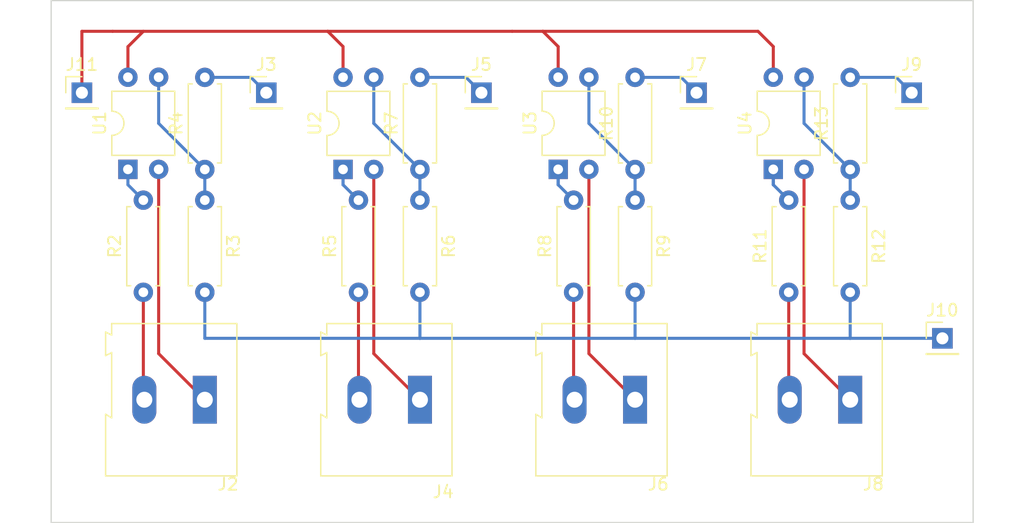
<source format=kicad_pcb>
(kicad_pcb (version 20211014) (generator pcbnew)
  (layers (0 "F.Cu" signal) (31 "B.Cu" signal) (34 "B.Paste" user) (35 "F.Paste" user) (36 "B.SilkS" user "B.Silkscreen") (37 "F.SilkS" user "F.Silkscreen") (38 "B.Mask" user) (39 "F.Mask" user) (44 "Edge.Cuts" user))
  (net 0 "")
  (net 1 "Net-(J2-Pad2)")
  (net 2 "Net-(R2-Pad2)")
  (net 3 "Net-(R3-Pad1)")
  (net 4 "GND")
  (net 5 "Net-(J3-Pad1)")
  (net 6 "Net-(J4-Pad2)")
  (net 7 "Net-(R5-Pad2)")
  (net 8 "Net-(R6-Pad1)")
  (net 9 "Net-(J5-Pad1)")
  (net 10 "Net-(J6-Pad2)")
  (net 11 "Net-(R8-Pad2)")
  (net 12 "Net-(R10-Pad1)")
  (net 13 "Net-(J7-Pad1)")
  (net 14 "Net-(J8-Pad2)")
  (net 15 "Net-(R11-Pad2)")
  (net 16 "Net-(R12-Pad1)")
  (net 17 "Net-(J9-Pad1)")
  (net 18 "Net-(J2-Pad1)")
  (net 19 "+3V3")
  (net 20 "Net-(J4-Pad1)")
  (net 21 "Net-(J6-Pad1)")
  (net 22 "Net-(J8-Pad1)")
  (footprint "Package_DIP:DIP-4_W7.62mm" (layer "F.Cu") (at 118.105 95.24 90)
    (fp_text reference "U4" (at 3.81 -2.33 90) (layer "F.SilkS"))
    (fp_text value "EL817")
    (fp_line (start 6.46 3.87) (end 6.46 -1.33) (layer "F.SilkS") (width 0.12))
    (fp_line (start 1.16 3.87) (end 6.46 3.87) (layer "F.SilkS") (width 0.12))
    (fp_line (start 1.16 -1.33) (end 1.16 3.87) (layer "F.SilkS") (width 0.12))
    (fp_line (start 6.46 -1.33) (end 4.81 -1.33) (layer "F.SilkS") (width 0.12))
    (fp_line (start 2.81 -1.33) (end 1.16 -1.33) (layer "F.SilkS") (width 0.12))
    (fp_arc (start 4.81 -1.33) (mid 3.81 -0.33) (end 2.81 -1.33) (layer "F.SilkS") (width 0.12))
    (pad "1" thru_hole rect (at 0 0 90) (size 1.6 1.6) (drill 0.8) (layers *.Cu *.Mask) (net 15 "Net-(R11-Pad2)"))
    (pad "2" thru_hole oval (at 0 2.54 90) (size 1.6 1.6) (drill 0.8) (layers *.Cu *.Mask) (net 22 "Net-(J8-Pad1)"))
    (pad "3" thru_hole oval (at 7.62 2.54 90) (size 1.6 1.6) (drill 0.8) (layers *.Cu *.Mask) (net 16 "Net-(R12-Pad1)"))
    (pad "4" thru_hole oval (at 7.62 0 90) (size 1.6 1.6) (drill 0.8) (layers *.Cu *.Mask) (net 19 "+3V3"))
  )
  (footprint "Connector_PinHeader_2.54mm:PinHeader_1x01_P2.54mm_Vertical" (layer "F.Cu") (at 132.08 109.22)
    (fp_text reference "J10" (at 0 -2.33) (layer "F.SilkS"))
    (fp_text value "Conn_01x01_Male")
    (fp_line (start -1.33 1.27) (end 1.33 1.27) (layer "F.SilkS") (width 0.12))
    (fp_line (start -1.33 1.33) (end 1.33 1.33) (layer "F.SilkS") (width 0.12))
    (fp_line (start 1.33 1.27) (end 1.33 1.33) (layer "F.SilkS") (width 0.12))
    (fp_line (start -1.33 1.27) (end -1.33 1.33) (layer "F.SilkS") (width 0.12))
    (fp_line (start -1.33 0) (end -1.33 -1.33) (layer "F.SilkS") (width 0.12))
    (fp_line (start -1.33 -1.33) (end 0 -1.33) (layer "F.SilkS") (width 0.12))
    (pad "1" thru_hole rect (at 0 0) (size 1.7 1.7) (drill 1) (layers *.Cu *.Mask) (net 4 "GND"))
  )
  (footprint "TerminalBlock:TerminalBlock_Altech_AK300-2_P5.00mm" (layer "F.Cu") (at 71.12 114.3 180)
    (fp_text reference "J2" (at -1.92 -6.99) (layer "F.SilkS"))
    (fp_text value "Screw_Terminal_01x02")
    (fp_line (start 7.7 6.3) (end 7.7 5.35) (layer "F.SilkS") (width 0.12))
    (fp_line (start 8.2 3.7) (end 8.2 3.65) (layer "F.SilkS") (width 0.12))
    (fp_line (start 7.7 3.9) (end 7.7 -1.5) (layer "F.SilkS") (width 0.12))
    (fp_line (start 8.2 5.6) (end 8.2 3.7) (layer "F.SilkS") (width 0.12))
    (fp_line (start -2.65 -6.3) (end -2.65 6.3) (layer "F.SilkS") (width 0.12))
    (fp_line (start 8.2 -6.3) (end -2.65 -6.3) (layer "F.SilkS") (width 0.12))
    (fp_line (start 7.7 5.35) (end 8.2 5.6) (layer "F.SilkS") (width 0.12))
    (fp_line (start -2.65 6.3) (end 7.7 6.3) (layer "F.SilkS") (width 0.12))
    (fp_line (start 7.7 -1.5) (end 8.2 -1.2) (layer "F.SilkS") (width 0.12))
    (fp_line (start 8.2 3.65) (end 7.7 3.9) (layer "F.SilkS") (width 0.12))
    (fp_line (start 8.2 -1.2) (end 8.2 -6.3) (layer "F.SilkS") (width 0.12))
    (pad "1" thru_hole rect (at 0 0 180) (size 1.98 3.96) (drill 1.32) (layers *.Cu *.Mask) (net 18 "Net-(J2-Pad1)"))
    (pad "2" thru_hole oval (at 5 0 180) (size 1.98 3.96) (drill 1.32) (layers *.Cu *.Mask) (net 1 "Net-(J2-Pad2)"))
  )
  (footprint "Connector_PinHeader_2.54mm:PinHeader_1x01_P2.54mm_Vertical" (layer "F.Cu") (at 93.98 88.9)
    (fp_text reference "J5" (at 0 -2.33) (layer "F.SilkS"))
    (fp_text value "Conn_01x01_Male")
    (fp_line (start -1.33 1.33) (end 1.33 1.33) (layer "F.SilkS") (width 0.12))
    (fp_line (start 1.33 1.27) (end 1.33 1.33) (layer "F.SilkS") (width 0.12))
    (fp_line (start -1.33 1.27) (end -1.33 1.33) (layer "F.SilkS") (width 0.12))
    (fp_line (start -1.33 -1.33) (end 0 -1.33) (layer "F.SilkS") (width 0.12))
    (fp_line (start -1.33 0) (end -1.33 -1.33) (layer "F.SilkS") (width 0.12))
    (fp_line (start -1.33 1.27) (end 1.33 1.27) (layer "F.SilkS") (width 0.12))
    (pad "1" thru_hole rect (at 0 0) (size 1.7 1.7) (drill 1) (layers *.Cu *.Mask) (net 9 "Net-(J5-Pad1)"))
  )
  (footprint "Package_DIP:DIP-4_W7.62mm" (layer "F.Cu") (at 82.545 95.245 90)
    (fp_text reference "U2" (at 3.81 -2.33 90) (layer "F.SilkS"))
    (fp_text value "EL817")
    (fp_line (start 6.46 3.87) (end 6.46 -1.33) (layer "F.SilkS") (width 0.12))
    (fp_line (start 2.81 -1.33) (end 1.16 -1.33) (layer "F.SilkS") (width 0.12))
    (fp_line (start 6.46 -1.33) (end 4.81 -1.33) (layer "F.SilkS") (width 0.12))
    (fp_line (start 1.16 -1.33) (end 1.16 3.87) (layer "F.SilkS") (width 0.12))
    (fp_line (start 1.16 3.87) (end 6.46 3.87) (layer "F.SilkS") (width 0.12))
    (fp_arc (start 4.81 -1.33) (mid 3.81 -0.33) (end 2.81 -1.33) (layer "F.SilkS") (width 0.12))
    (pad "1" thru_hole rect (at 0 0 90) (size 1.6 1.6) (drill 0.8) (layers *.Cu *.Mask) (net 7 "Net-(R5-Pad2)"))
    (pad "2" thru_hole oval (at 0 2.54 90) (size 1.6 1.6) (drill 0.8) (layers *.Cu *.Mask) (net 20 "Net-(J4-Pad1)"))
    (pad "3" thru_hole oval (at 7.62 2.54 90) (size 1.6 1.6) (drill 0.8) (layers *.Cu *.Mask) (net 8 "Net-(R6-Pad1)"))
    (pad "4" thru_hole oval (at 7.62 0 90) (size 1.6 1.6) (drill 0.8) (layers *.Cu *.Mask) (net 19 "+3V3"))
  )
  (footprint "TerminalBlock:TerminalBlock_Altech_AK300-2_P5.00mm" (layer "F.Cu") (at 106.68 114.3 180)
    (fp_text reference "J6" (at -1.92 -6.99) (layer "F.SilkS"))
    (fp_text value "Screw_Terminal_01x02")
    (fp_line (start 8.2 -6.3) (end -2.65 -6.3) (layer "F.SilkS") (width 0.12))
    (fp_line (start 7.7 -1.5) (end 8.2 -1.2) (layer "F.SilkS") (width 0.12))
    (fp_line (start 8.2 5.6) (end 8.2 3.7) (layer "F.SilkS") (width 0.12))
    (fp_line (start 8.2 3.7) (end 8.2 3.65) (layer "F.SilkS") (width 0.12))
    (fp_line (start 8.2 3.65) (end 7.7 3.9) (layer "F.SilkS") (width 0.12))
    (fp_line (start -2.65 6.3) (end 7.7 6.3) (layer "F.SilkS") (width 0.12))
    (fp_line (start 7.7 6.3) (end 7.7 5.35) (layer "F.SilkS") (width 0.12))
    (fp_line (start -2.65 -6.3) (end -2.65 6.3) (layer "F.SilkS") (width 0.12))
    (fp_line (start 8.2 -1.2) (end 8.2 -6.3) (layer "F.SilkS") (width 0.12))
    (fp_line (start 7.7 3.9) (end 7.7 -1.5) (layer "F.SilkS") (width 0.12))
    (fp_line (start 7.7 5.35) (end 8.2 5.6) (layer "F.SilkS") (width 0.12))
    (pad "1" thru_hole rect (at 0 0 180) (size 1.98 3.96) (drill 1.32) (layers *.Cu *.Mask) (net 21 "Net-(J6-Pad1)"))
    (pad "2" thru_hole oval (at 5 0 180) (size 1.98 3.96) (drill 1.32) (layers *.Cu *.Mask) (net 10 "Net-(J6-Pad2)"))
  )
  (footprint "Connector_PinHeader_2.54mm:PinHeader_1x01_P2.54mm_Vertical" (layer "F.Cu") (at 76.2 88.9)
    (fp_text reference "J3" (at 0 -2.33) (layer "F.SilkS"))
    (fp_text value "Conn_01x01_Male")
    (fp_line (start 1.33 1.27) (end 1.33 1.33) (layer "F.SilkS") (width 0.12))
    (fp_line (start -1.33 -1.33) (end 0 -1.33) (layer "F.SilkS") (width 0.12))
    (fp_line (start -1.33 1.33) (end 1.33 1.33) (layer "F.SilkS") (width 0.12))
    (fp_line (start -1.33 1.27) (end -1.33 1.33) (layer "F.SilkS") (width 0.12))
    (fp_line (start -1.33 1.27) (end 1.33 1.27) (layer "F.SilkS") (width 0.12))
    (fp_line (start -1.33 0) (end -1.33 -1.33) (layer "F.SilkS") (width 0.12))
    (pad "1" thru_hole rect (at 0 0) (size 1.7 1.7) (drill 1) (layers *.Cu *.Mask) (net 5 "Net-(J3-Pad1)"))
  )
  (footprint "Package_DIP:DIP-4_W7.62mm" (layer "F.Cu") (at 64.765 95.24 90)
    (fp_text reference "U1" (at 3.81 -2.33 90) (layer "F.SilkS"))
    (fp_text value "EL817")
    (fp_line (start 6.46 3.87) (end 6.46 -1.33) (layer "F.SilkS") (width 0.12))
    (fp_line (start 6.46 -1.33) (end 4.81 -1.33) (layer "F.SilkS") (width 0.12))
    (fp_line (start 1.16 -1.33) (end 1.16 3.87) (layer "F.SilkS") (width 0.12))
    (fp_line (start 2.81 -1.33) (end 1.16 -1.33) (layer "F.SilkS") (width 0.12))
    (fp_line (start 1.16 3.87) (end 6.46 3.87) (layer "F.SilkS") (width 0.12))
    (fp_arc (start 4.81 -1.33) (mid 3.81 -0.33) (end 2.81 -1.33) (layer "F.SilkS") (width 0.12))
    (pad "1" thru_hole rect (at 0 0 90) (size 1.6 1.6) (drill 0.8) (layers *.Cu *.Mask) (net 2 "Net-(R2-Pad2)"))
    (pad "2" thru_hole oval (at 0 2.54 90) (size 1.6 1.6) (drill 0.8) (layers *.Cu *.Mask) (net 18 "Net-(J2-Pad1)"))
    (pad "3" thru_hole oval (at 7.62 2.54 90) (size 1.6 1.6) (drill 0.8) (layers *.Cu *.Mask) (net 3 "Net-(R3-Pad1)"))
    (pad "4" thru_hole oval (at 7.62 0 90) (size 1.6 1.6) (drill 0.8) (layers *.Cu *.Mask) (net 19 "+3V3"))
  )
  (footprint "TerminalBlock:TerminalBlock_Altech_AK300-2_P5.00mm" (layer "F.Cu") (at 124.46 114.3 180)
    (fp_text reference "J8" (at -1.92 -6.99) (layer "F.SilkS"))
    (fp_text value "Screw_Terminal_01x02")
    (fp_line (start 8.2 -6.3) (end -2.65 -6.3) (layer "F.SilkS") (width 0.12))
    (fp_line (start 7.7 6.3) (end 7.7 5.35) (layer "F.SilkS") (width 0.12))
    (fp_line (start -2.65 6.3) (end 7.7 6.3) (layer "F.SilkS") (width 0.12))
    (fp_line (start 8.2 3.7) (end 8.2 3.65) (layer "F.SilkS") (width 0.12))
    (fp_line (start 8.2 5.6) (end 8.2 3.7) (layer "F.SilkS") (width 0.12))
    (fp_line (start 8.2 -1.2) (end 8.2 -6.3) (layer "F.SilkS") (width 0.12))
    (fp_line (start 7.7 5.35) (end 8.2 5.6) (layer "F.SilkS") (width 0.12))
    (fp_line (start 8.2 3.65) (end 7.7 3.9) (layer "F.SilkS") (width 0.12))
    (fp_line (start 7.7 -1.5) (end 8.2 -1.2) (layer "F.SilkS") (width 0.12))
    (fp_line (start -2.65 -6.3) (end -2.65 6.3) (layer "F.SilkS") (width 0.12))
    (fp_line (start 7.7 3.9) (end 7.7 -1.5) (layer "F.SilkS") (width 0.12))
    (pad "1" thru_hole rect (at 0 0 180) (size 1.98 3.96) (drill 1.32) (layers *.Cu *.Mask) (net 22 "Net-(J8-Pad1)"))
    (pad "2" thru_hole oval (at 5 0 180) (size 1.98 3.96) (drill 1.32) (layers *.Cu *.Mask) (net 14 "Net-(J8-Pad2)"))
  )
  (footprint "Resistor_THT:R_Axial_DIN0207_L6.3mm_D2.5mm_P7.62mm_Horizontal" (layer "F.Cu") (at 124.46 97.79 -90)
    (fp_text reference "R12" (at 3.81 -2.37 90) (layer "F.SilkS"))
    (fp_text value "R")
    (fp_line (start 0.54 1.04) (end 0.54 1.37) (layer "F.SilkS") (width 0.12))
    (fp_line (start 7.08 1.37) (end 7.08 1.04) (layer "F.SilkS") (width 0.12))
    (fp_line (start 7.08 -1.37) (end 7.08 -1.04) (layer "F.SilkS") (width 0.12))
    (fp_line (start 0.54 -1.37) (end 7.08 -1.37) (layer "F.SilkS") (width 0.12))
    (fp_line (start 0.54 1.37) (end 7.08 1.37) (layer "F.SilkS") (width 0.12))
    (fp_line (start 0.54 -1.04) (end 0.54 -1.37) (layer "F.SilkS") (width 0.12))
    (pad "1" thru_hole circle (at 0 0 270) (size 1.6 1.6) (drill 0.8) (layers *.Cu *.Mask) (net 16 "Net-(R12-Pad1)"))
    (pad "2" thru_hole oval (at 7.62 0 270) (size 1.6 1.6) (drill 0.8) (layers *.Cu *.Mask) (net 4 "GND"))
  )
  (footprint "Resistor_THT:R_Axial_DIN0207_L6.3mm_D2.5mm_P7.62mm_Horizontal" (layer "F.Cu") (at 66.04 105.41 90)
    (fp_text reference "R2" (at 3.81 -2.37 90) (layer "F.SilkS"))
    (fp_text value "110")
    (fp_line (start 0.54 1.37) (end 7.08 1.37) (layer "F.SilkS") (width 0.12))
    (fp_line (start 0.54 -1.37) (end 7.08 -1.37) (layer "F.SilkS") (width 0.12))
    (fp_line (start 0.54 -1.04) (end 0.54 -1.37) (layer "F.SilkS") (width 0.12))
    (fp_line (start 7.08 -1.37) (end 7.08 -1.04) (layer "F.SilkS") (width 0.12))
    (fp_line (start 0.54 1.04) (end 0.54 1.37) (layer "F.SilkS") (width 0.12))
    (fp_line (start 7.08 1.37) (end 7.08 1.04) (layer "F.SilkS") (width 0.12))
    (pad "1" thru_hole circle (at 0 0 90) (size 1.6 1.6) (drill 0.8) (layers *.Cu *.Mask) (net 1 "Net-(J2-Pad2)"))
    (pad "2" thru_hole oval (at 7.62 0 90) (size 1.6 1.6) (drill 0.8) (layers *.Cu *.Mask) (net 2 "Net-(R2-Pad2)"))
  )
  (footprint "Resistor_THT:R_Axial_DIN0207_L6.3mm_D2.5mm_P7.62mm_Horizontal" (layer "F.Cu") (at 88.9 97.79 -90)
    (fp_text reference "R6" (at 3.81 -2.37 90) (layer "F.SilkS"))
    (fp_text value "R")
    (fp_line (start 0.54 -1.37) (end 7.08 -1.37) (layer "F.SilkS") (width 0.12))
    (fp_line (start 7.08 -1.37) (end 7.08 -1.04) (layer "F.SilkS") (width 0.12))
    (fp_line (start 7.08 1.37) (end 7.08 1.04) (layer "F.SilkS") (width 0.12))
    (fp_line (start 0.54 1.04) (end 0.54 1.37) (layer "F.SilkS") (width 0.12))
    (fp_line (start 0.54 -1.04) (end 0.54 -1.37) (layer "F.SilkS") (width 0.12))
    (fp_line (start 0.54 1.37) (end 7.08 1.37) (layer "F.SilkS") (width 0.12))
    (pad "1" thru_hole circle (at 0 0 270) (size 1.6 1.6) (drill 0.8) (layers *.Cu *.Mask) (net 8 "Net-(R6-Pad1)"))
    (pad "2" thru_hole oval (at 7.62 0 270) (size 1.6 1.6) (drill 0.8) (layers *.Cu *.Mask) (net 4 "GND"))
  )
  (footprint "Connector_PinHeader_2.54mm:PinHeader_1x01_P2.54mm_Vertical" (layer "F.Cu") (at 129.54 88.9)
    (fp_text reference "J9" (at 0 -2.33) (layer "F.SilkS"))
    (fp_text value "Conn_01x01_Male")
    (fp_line (start -1.33 -1.33) (end 0 -1.33) (layer "F.SilkS") (width 0.12))
    (fp_line (start -1.33 0) (end -1.33 -1.33) (layer "F.SilkS") (width 0.12))
    (fp_line (start -1.33 1.27) (end -1.33 1.33) (layer "F.SilkS") (width 0.12))
    (fp_line (start 1.33 1.27) (end 1.33 1.33) (layer "F.SilkS") (width 0.12))
    (fp_line (start -1.33 1.33) (end 1.33 1.33) (layer "F.SilkS") (width 0.12))
    (fp_line (start -1.33 1.27) (end 1.33 1.27) (layer "F.SilkS") (width 0.12))
    (pad "1" thru_hole rect (at 0 0) (size 1.7 1.7) (drill 1) (layers *.Cu *.Mask) (net 17 "Net-(J9-Pad1)"))
  )
  (footprint "Resistor_THT:R_Axial_DIN0207_L6.3mm_D2.5mm_P7.62mm_Horizontal" (layer "F.Cu") (at 71.12 95.25 90)
    (fp_text reference "R4" (at 3.81 -2.37 90) (layer "F.SilkS"))
    (fp_text value "R")
    (fp_line (start 0.54 -1.04) (end 0.54 -1.37) (layer "F.SilkS") (width 0.12))
    (fp_line (start 7.08 1.37) (end 7.08 1.04) (layer "F.SilkS") (width 0.12))
    (fp_line (start 0.54 1.04) (end 0.54 1.37) (layer "F.SilkS") (width 0.12))
    (fp_line (start 0.54 -1.37) (end 7.08 -1.37) (layer "F.SilkS") (width 0.12))
    (fp_line (start 7.08 -1.37) (end 7.08 -1.04) (layer "F.SilkS") (width 0.12))
    (fp_line (start 0.54 1.37) (end 7.08 1.37) (layer "F.SilkS") (width 0.12))
    (pad "1" thru_hole circle (at 0 0 90) (size 1.6 1.6) (drill 0.8) (layers *.Cu *.Mask) (net 3 "Net-(R3-Pad1)"))
    (pad "2" thru_hole oval (at 7.62 0 90) (size 1.6 1.6) (drill 0.8) (layers *.Cu *.Mask) (net 5 "Net-(J3-Pad1)"))
  )
  (footprint "TerminalBlock:TerminalBlock_Altech_AK300-2_P5.00mm" (layer "F.Cu") (at 88.9 114.3 180)
    (fp_text reference "J4" (at -1.92 -7.62) (layer "F.SilkS"))
    (fp_text value "Screw_Terminal_01x02")
    (fp_line (start 7.7 3.9) (end 7.7 -1.5) (layer "F.SilkS") (width 0.12))
    (fp_line (start 8.2 3.7) (end 8.2 3.65) (layer "F.SilkS") (width 0.12))
    (fp_line (start -2.65 6.3) (end 7.7 6.3) (layer "F.SilkS") (width 0.12))
    (fp_line (start -2.65 -6.3) (end -2.65 6.3) (layer "F.SilkS") (width 0.12))
    (fp_line (start 8.2 -6.3) (end -2.65 -6.3) (layer "F.SilkS") (width 0.12))
    (fp_line (start 8.2 -1.2) (end 8.2 -6.3) (layer "F.SilkS") (width 0.12))
    (fp_line (start 8.2 3.65) (end 7.7 3.9) (layer "F.SilkS") (width 0.12))
    (fp_line (start 7.7 -1.5) (end 8.2 -1.2) (layer "F.SilkS") (width 0.12))
    (fp_line (start 7.7 5.35) (end 8.2 5.6) (layer "F.SilkS") (width 0.12))
    (fp_line (start 8.2 5.6) (end 8.2 3.7) (layer "F.SilkS") (width 0.12))
    (fp_line (start 7.7 6.3) (end 7.7 5.35) (layer "F.SilkS") (width 0.12))
    (pad "1" thru_hole rect (at 0 0 180) (size 1.98 3.96) (drill 1.32) (layers *.Cu *.Mask) (net 20 "Net-(J4-Pad1)"))
    (pad "2" thru_hole oval (at 5 0 180) (size 1.98 3.96) (drill 1.32) (layers *.Cu *.Mask) (net 6 "Net-(J4-Pad2)"))
  )
  (footprint "Resistor_THT:R_Axial_DIN0207_L6.3mm_D2.5mm_P7.62mm_Horizontal" (layer "F.Cu") (at 101.6 105.41 90)
    (fp_text reference "R8" (at 3.81 -2.37 90) (layer "F.SilkS"))
    (fp_text value "110")
    (fp_line (start 0.54 1.04) (end 0.54 1.37) (layer "F.SilkS") (width 0.12))
    (fp_line (start 0.54 1.37) (end 7.08 1.37) (layer "F.SilkS") (width 0.12))
    (fp_line (start 0.54 -1.04) (end 0.54 -1.37) (layer "F.SilkS") (width 0.12))
    (fp_line (start 7.08 1.37) (end 7.08 1.04) (layer "F.SilkS") (width 0.12))
    (fp_line (start 7.08 -1.37) (end 7.08 -1.04) (layer "F.SilkS") (width 0.12))
    (fp_line (start 0.54 -1.37) (end 7.08 -1.37) (layer "F.SilkS") (width 0.12))
    (pad "1" thru_hole circle (at 0 0 90) (size 1.6 1.6) (drill 0.8) (layers *.Cu *.Mask) (net 10 "Net-(J6-Pad2)"))
    (pad "2" thru_hole oval (at 7.62 0 90) (size 1.6 1.6) (drill 0.8) (layers *.Cu *.Mask) (net 11 "Net-(R8-Pad2)"))
  )
  (footprint "Resistor_THT:R_Axial_DIN0207_L6.3mm_D2.5mm_P7.62mm_Horizontal" (layer "F.Cu") (at 106.68 95.25 90)
    (fp_text reference "R10" (at 3.81 -2.37 90) (layer "F.SilkS"))
    (fp_text value "R")
    (fp_line (start 0.54 1.37) (end 7.08 1.37) (layer "F.SilkS") (width 0.12))
    (fp_line (start 7.08 -1.37) (end 7.08 -1.04) (layer "F.SilkS") (width 0.12))
    (fp_line (start 0.54 1.04) (end 0.54 1.37) (layer "F.SilkS") (width 0.12))
    (fp_line (start 7.08 1.37) (end 7.08 1.04) (layer "F.SilkS") (width 0.12))
    (fp_line (start 0.54 -1.04) (end 0.54 -1.37) (layer "F.SilkS") (width 0.12))
    (fp_line (start 0.54 -1.37) (end 7.08 -1.37) (layer "F.SilkS") (width 0.12))
    (pad "1" thru_hole circle (at 0 0 90) (size 1.6 1.6) (drill 0.8) (layers *.Cu *.Mask) (net 12 "Net-(R10-Pad1)"))
    (pad "2" thru_hole oval (at 7.62 0 90) (size 1.6 1.6) (drill 0.8) (layers *.Cu *.Mask) (net 13 "Net-(J7-Pad1)"))
  )
  (footprint "Resistor_THT:R_Axial_DIN0207_L6.3mm_D2.5mm_P7.62mm_Horizontal" (layer "F.Cu") (at 124.46 95.25 90)
    (fp_text reference "R13" (at 3.81 -2.37 90) (layer "F.SilkS"))
    (fp_text value "R")
    (fp_line (start 7.08 -1.37) (end 7.08 -1.04) (layer "F.SilkS") (width 0.12))
    (fp_line (start 0.54 1.04) (end 0.54 1.37) (layer "F.SilkS") (width 0.12))
    (fp_line (start 0.54 -1.04) (end 0.54 -1.37) (layer "F.SilkS") (width 0.12))
    (fp_line (start 0.54 -1.37) (end 7.08 -1.37) (layer "F.SilkS") (width 0.12))
    (fp_line (start 0.54 1.37) (end 7.08 1.37) (layer "F.SilkS") (width 0.12))
    (fp_line (start 7.08 1.37) (end 7.08 1.04) (layer "F.SilkS") (width 0.12))
    (pad "1" thru_hole circle (at 0 0 90) (size 1.6 1.6) (drill 0.8) (layers *.Cu *.Mask) (net 16 "Net-(R12-Pad1)"))
    (pad "2" thru_hole oval (at 7.62 0 90) (size 1.6 1.6) (drill 0.8) (layers *.Cu *.Mask) (net 17 "Net-(J9-Pad1)"))
  )
  (footprint "Resistor_THT:R_Axial_DIN0207_L6.3mm_D2.5mm_P7.62mm_Horizontal" (layer "F.Cu") (at 71.12 97.79 -90)
    (fp_text reference "R3" (at 3.81 -2.37 90) (layer "F.SilkS"))
    (fp_text value "R")
    (fp_line (start 0.54 -1.04) (end 0.54 -1.37) (layer "F.SilkS") (width 0.12))
    (fp_line (start 0.54 1.04) (end 0.54 1.37) (layer "F.SilkS") (width 0.12))
    (fp_line (start 0.54 -1.37) (end 7.08 -1.37) (layer "F.SilkS") (width 0.12))
    (fp_line (start 0.54 1.37) (end 7.08 1.37) (layer "F.SilkS") (width 0.12))
    (fp_line (start 7.08 -1.37) (end 7.08 -1.04) (layer "F.SilkS") (width 0.12))
    (fp_line (start 7.08 1.37) (end 7.08 1.04) (layer "F.SilkS") (width 0.12))
    (pad "1" thru_hole circle (at 0 0 270) (size 1.6 1.6) (drill 0.8) (layers *.Cu *.Mask) (net 3 "Net-(R3-Pad1)"))
    (pad "2" thru_hole oval (at 7.62 0 270) (size 1.6 1.6) (drill 0.8) (layers *.Cu *.Mask) (net 4 "GND"))
  )
  (footprint "Resistor_THT:R_Axial_DIN0207_L6.3mm_D2.5mm_P7.62mm_Horizontal" (layer "F.Cu") (at 119.38 105.41 90)
    (fp_text reference "R11" (at 3.81 -2.37 90) (layer "F.SilkS"))
    (fp_text value "110")
    (fp_line (start 0.54 -1.37) (end 7.08 -1.37) (layer "F.SilkS") (width 0.12))
    (fp_line (start 0.54 1.04) (end 0.54 1.37) (layer "F.SilkS") (width 0.12))
    (fp_line (start 0.54 1.37) (end 7.08 1.37) (layer "F.SilkS") (width 0.12))
    (fp_line (start 7.08 1.37) (end 7.08 1.04) (layer "F.SilkS") (width 0.12))
    (fp_line (start 7.08 -1.37) (end 7.08 -1.04) (layer "F.SilkS") (width 0.12))
    (fp_line (start 0.54 -1.04) (end 0.54 -1.37) (layer "F.SilkS") (width 0.12))
    (pad "1" thru_hole circle (at 0 0 90) (size 1.6 1.6) (drill 0.8) (layers *.Cu *.Mask) (net 14 "Net-(J8-Pad2)"))
    (pad "2" thru_hole oval (at 7.62 0 90) (size 1.6 1.6) (drill 0.8) (layers *.Cu *.Mask) (net 15 "Net-(R11-Pad2)"))
  )
  (footprint "Resistor_THT:R_Axial_DIN0207_L6.3mm_D2.5mm_P7.62mm_Horizontal" (layer "F.Cu") (at 88.9 95.25 90)
    (fp_text reference "R7" (at 3.81 -2.37 90) (layer "F.SilkS"))
    (fp_text value "R")
    (fp_line (start 7.08 -1.37) (end 7.08 -1.04) (layer "F.SilkS") (width 0.12))
    (fp_line (start 0.54 -1.04) (end 0.54 -1.37) (layer "F.SilkS") (width 0.12))
    (fp_line (start 0.54 1.04) (end 0.54 1.37) (layer "F.SilkS") (width 0.12))
    (fp_line (start 0.54 -1.37) (end 7.08 -1.37) (layer "F.SilkS") (width 0.12))
    (fp_line (start 0.54 1.37) (end 7.08 1.37) (layer "F.SilkS") (width 0.12))
    (fp_line (start 7.08 1.37) (end 7.08 1.04) (layer "F.SilkS") (width 0.12))
    (pad "1" thru_hole circle (at 0 0 90) (size 1.6 1.6) (drill 0.8) (layers *.Cu *.Mask) (net 8 "Net-(R6-Pad1)"))
    (pad "2" thru_hole oval (at 7.62 0 90) (size 1.6 1.6) (drill 0.8) (layers *.Cu *.Mask) (net 9 "Net-(J5-Pad1)"))
  )
  (footprint "Connector_PinHeader_2.54mm:PinHeader_1x01_P2.54mm_Vertical" (layer "F.Cu") (at 111.76 88.9)
    (fp_text reference "J7" (at 0 -2.33) (layer "F.SilkS"))
    (fp_text value "Conn_01x01_Male")
    (fp_line (start -1.33 0) (end -1.33 -1.33) (layer "F.SilkS") (width 0.12))
    (fp_line (start -1.33 1.33) (end 1.33 1.33) (layer "F.SilkS") (width 0.12))
    (fp_line (start -1.33 1.27) (end -1.33 1.33) (layer "F.SilkS") (width 0.12))
    (fp_line (start 1.33 1.27) (end 1.33 1.33) (layer "F.SilkS") (width 0.12))
    (fp_line (start -1.33 -1.33) (end 0 -1.33) (layer "F.SilkS") (width 0.12))
    (fp_line (start -1.33 1.27) (end 1.33 1.27) (layer "F.SilkS") (width 0.12))
    (pad "1" thru_hole rect (at 0 0) (size 1.7 1.7) (drill 1) (layers *.Cu *.Mask) (net 13 "Net-(J7-Pad1)"))
  )
  (footprint "Package_DIP:DIP-4_W7.62mm" (layer "F.Cu") (at 100.325 95.24 90)
    (fp_text reference "U3" (at 3.81 -2.33 90) (layer "F.SilkS"))
    (fp_text value "EL817")
    (fp_line (start 1.16 3.87) (end 6.46 3.87) (layer "F.SilkS") (width 0.12))
    (fp_line (start 6.46 3.87) (end 6.46 -1.33) (layer "F.SilkS") (width 0.12))
    (fp_line (start 1.16 -1.33) (end 1.16 3.87) (layer "F.SilkS") (width 0.12))
    (fp_line (start 2.81 -1.33) (end 1.16 -1.33) (layer "F.SilkS") (width 0.12))
    (fp_line (start 6.46 -1.33) (end 4.81 -1.33) (layer "F.SilkS") (width 0.12))
    (fp_arc (start 4.81 -1.33) (mid 3.81 -0.33) (end 2.81 -1.33) (layer "F.SilkS") (width 0.12))
    (pad "1" thru_hole rect (at 0 0 90) (size 1.6 1.6) (drill 0.8) (layers *.Cu *.Mask) (net 11 "Net-(R8-Pad2)"))
    (pad "2" thru_hole oval (at 0 2.54 90) (size 1.6 1.6) (drill 0.8) (layers *.Cu *.Mask) (net 21 "Net-(J6-Pad1)"))
    (pad "3" thru_hole oval (at 7.62 2.54 90) (size 1.6 1.6) (drill 0.8) (layers *.Cu *.Mask) (net 12 "Net-(R10-Pad1)"))
    (pad "4" thru_hole oval (at 7.62 0 90) (size 1.6 1.6) (drill 0.8) (layers *.Cu *.Mask) (net 19 "+3V3"))
  )
  (footprint "Resistor_THT:R_Axial_DIN0207_L6.3mm_D2.5mm_P7.62mm_Horizontal" (layer "F.Cu") (at 83.82 105.41 90)
    (fp_text reference "R5" (at 3.81 -2.37 90) (layer "F.SilkS"))
    (fp_text value "110")
    (fp_line (start 7.08 -1.37) (end 7.08 -1.04) (layer "F.SilkS") (width 0.12))
    (fp_line (start 0.54 1.37) (end 7.08 1.37) (layer "F.SilkS") (width 0.12))
    (fp_line (start 0.54 1.04) (end 0.54 1.37) (layer "F.SilkS") (width 0.12))
    (fp_line (start 7.08 1.37) (end 7.08 1.04) (layer "F.SilkS") (width 0.12))
    (fp_line (start 0.54 -1.04) (end 0.54 -1.37) (layer "F.SilkS") (width 0.12))
    (fp_line (start 0.54 -1.37) (end 7.08 -1.37) (layer "F.SilkS") (width 0.12))
    (pad "1" thru_hole circle (at 0 0 90) (size 1.6 1.6) (drill 0.8) (layers *.Cu *.Mask) (net 6 "Net-(J4-Pad2)"))
    (pad "2" thru_hole oval (at 7.62 0 90) (size 1.6 1.6) (drill 0.8) (layers *.Cu *.Mask) (net 7 "Net-(R5-Pad2)"))
  )
  (footprint "Resistor_THT:R_Axial_DIN0207_L6.3mm_D2.5mm_P7.62mm_Horizontal" (layer "F.Cu") (at 106.68 97.79 -90)
    (fp_text reference "R9" (at 3.81 -2.37 90) (layer "F.SilkS"))
    (fp_text value "R")
    (fp_line (start 7.08 1.37) (end 7.08 1.04) (layer "F.SilkS") (width 0.12))
    (fp_line (start 0.54 1.04) (end 0.54 1.37) (layer "F.SilkS") (width 0.12))
    (fp_line (start 0.54 -1.04) (end 0.54 -1.37) (layer "F.SilkS") (width 0.12))
    (fp_line (start 0.54 -1.37) (end 7.08 -1.37) (layer "F.SilkS") (width 0.12))
    (fp_line (start 0.54 1.37) (end 7.08 1.37) (layer "F.SilkS") (width 0.12))
    (fp_line (start 7.08 -1.37) (end 7.08 -1.04) (layer "F.SilkS") (width 0.12))
    (pad "1" thru_hole circle (at 0 0 270) (size 1.6 1.6) (drill 0.8) (layers *.Cu *.Mask) (net 12 "Net-(R10-Pad1)"))
    (pad "2" thru_hole oval (at 7.62 0 270) (size 1.6 1.6) (drill 0.8) (layers *.Cu *.Mask) (net 4 "GND"))
  )
  (footprint "Connector_PinHeader_2.54mm:PinHeader_1x01_P2.54mm_Vertical" (layer "F.Cu") (at 60.96 88.9)
    (fp_text reference "J11" (at 0 -2.33) (layer "F.SilkS"))
    (fp_text value "Conn_01x01_Male")
    (fp_line (start 1.33 1.27) (end 1.33 1.33) (layer "F.SilkS") (width 0.12))
    (fp_line (start -1.33 1.27) (end 1.33 1.27) (layer "F.SilkS") (width 0.12))
    (fp_line (start -1.33 0) (end -1.33 -1.33) (layer "F.SilkS") (width 0.12))
    (fp_line (start -1.33 -1.33) (end 0 -1.33) (layer "F.SilkS") (width 0.12))
    (fp_line (start -1.33 1.27) (end -1.33 1.33) (layer "F.SilkS") (width 0.12))
    (fp_line (start -1.33 1.33) (end 1.33 1.33) (layer "F.SilkS") (width 0.12))
    (pad "1" thru_hole rect (at 0 0) (size 1.7 1.7) (drill 1) (layers *.Cu *.Mask) (net 19 "+3V3"))
  )
  (gr_line (start 134.62 124.46) (end 134.62 81.28) (layer "Edge.Cuts") (width 0.1))
  (gr_line (start 134.62 81.28) (end 58.42 81.28) (layer "Edge.Cuts") (width 0.1))
  (gr_line (start 58.42 124.46) (end 134.62 124.46) (layer "Edge.Cuts") (width 0.1))
  (gr_line (start 58.42 81.28) (end 58.42 124.46) (layer "Edge.Cuts") (width 0.1))
  (segment (start 66.04 105.41) (end 66.04 114.22) (width 0.25) (layer "F.Cu") (net 1))
  (segment (start 66.04 114.22) (end 66.12 114.3) (width 0.25) (layer "F.Cu") (net 1))
  (segment (start 64.765 96.515) (end 66.04 97.79) (width 0.25) (layer "B.Cu") (net 2))
  (segment (start 64.765 95.24) (end 64.765 96.515) (width 0.25) (layer "B.Cu") (net 2))
  (segment (start 67.305 91.435) (end 71.12 95.25) (width 0.25) (layer "B.Cu") (net 3))
  (segment (start 71.12 95.25) (end 71.12 97.79) (width 0.25) (layer "B.Cu") (net 3))
  (segment (start 67.305 87.62) (end 67.305 91.435) (width 0.25) (layer "B.Cu") (net 3))
  (segment (start 106.68 109.22) (end 124.46 109.22) (width 0.25) (layer "B.Cu") (net 4))
  (segment (start 106.68 105.41) (end 106.68 109.22) (width 0.25) (layer "B.Cu") (net 4))
  (segment (start 124.46 109.22) (end 124.46 105.41) (width 0.25) (layer "B.Cu") (net 4))
  (segment (start 106.68 109.22) (end 88.9 109.22) (width 0.25) (layer "B.Cu") (net 4))
  (segment (start 88.9 109.22) (end 88.9 105.41) (width 0.25) (layer "B.Cu") (net 4))
  (segment (start 71.12 109.22) (end 88.9 109.22) (width 0.25) (layer "B.Cu") (net 4))
  (segment (start 71.12 105.41) (end 71.12 109.22) (width 0.25) (layer "B.Cu") (net 4))
  (segment (start 132.08 109.22) (end 124.46 109.22) (width 0.25) (layer "B.Cu") (net 4))
  (segment (start 74.93 87.63) (end 76.2 88.9) (width 0.25) (layer "B.Cu") (net 5))
  (segment (start 71.12 87.63) (end 74.93 87.63) (width 0.25) (layer "B.Cu") (net 5))
  (segment (start 83.82 105.41) (end 83.82 114.22) (width 0.25) (layer "F.Cu") (net 6))
  (segment (start 83.82 114.22) (end 83.9 114.3) (width 0.25) (layer "F.Cu") (net 6))
  (segment (start 82.545 95.245) (end 82.545 96.525) (width 0.25) (layer "B.Cu") (net 7))
  (segment (start 82.545 96.515) (end 83.82 97.79) (width 0.25) (layer "B.Cu") (net 7))
  (segment (start 82.545 95.245) (end 82.545 96.515) (width 0.25) (layer "B.Cu") (net 7))
  (segment (start 85.085 91.435) (end 88.9 95.25) (width 0.25) (layer "B.Cu") (net 8))
  (segment (start 88.9 95.25) (end 88.9 97.79) (width 0.25) (layer "B.Cu") (net 8))
  (segment (start 85.085 87.625) (end 85.085 91.435) (width 0.25) (layer "B.Cu") (net 8))
  (segment (start 88.9 87.63) (end 92.71 87.63) (width 0.25) (layer "B.Cu") (net 9))
  (segment (start 92.71 87.63) (end 93.98 88.9) (width 0.25) (layer "B.Cu") (net 9))
  (segment (start 101.6 105.41) (end 101.6 114.22) (width 0.25) (layer "F.Cu") (net 10))
  (segment (start 101.6 114.22) (end 101.68 114.3) (width 0.25) (layer "F.Cu") (net 10))
  (segment (start 100.325 95.24) (end 100.325 96.515) (width 0.25) (layer "B.Cu") (net 11))
  (segment (start 100.325 95.24) (end 100.325 96.525) (width 0.25) (layer "B.Cu") (net 11))
  (segment (start 100.325 96.515) (end 101.6 97.79) (width 0.25) (layer "B.Cu") (net 11))
  (segment (start 106.68 95.25) (end 106.68 97.79) (width 0.25) (layer "B.Cu") (net 12))
  (segment (start 102.865 91.435) (end 106.68 95.25) (width 0.25) (layer "B.Cu") (net 12))
  (segment (start 102.865 87.62) (end 102.865 91.435) (width 0.25) (layer "B.Cu") (net 12))
  (segment (start 106.68 87.63) (end 110.49 87.63) (width 0.25) (layer "B.Cu") (net 13))
  (segment (start 110.49 87.63) (end 111.76 88.9) (width 0.25) (layer "B.Cu") (net 13))
  (segment (start 119.38 105.41) (end 119.38 114.22) (width 0.25) (layer "F.Cu") (net 14))
  (segment (start 119.38 114.22) (end 119.46 114.3) (width 0.25) (layer "F.Cu") (net 14))
  (segment (start 118.105 95.24) (end 118.105 96.525) (width 0.25) (layer "B.Cu") (net 15))
  (segment (start 118.105 95.24) (end 118.105 96.515) (width 0.25) (layer "B.Cu") (net 15))
  (segment (start 118.105 96.515) (end 119.38 97.79) (width 0.25) (layer "B.Cu") (net 15))
  (segment (start 124.46 95.25) (end 124.46 97.79) (width 0.25) (layer "B.Cu") (net 16))
  (segment (start 120.645 87.62) (end 120.645 91.435) (width 0.25) (layer "B.Cu") (net 16))
  (segment (start 120.645 91.435) (end 124.46 95.25) (width 0.25) (layer "B.Cu") (net 16))
  (segment (start 128.27 87.63) (end 129.54 88.9) (width 0.25) (layer "B.Cu") (net 17))
  (segment (start 124.46 87.63) (end 128.27 87.63) (width 0.25) (layer "B.Cu") (net 17))
  (segment (start 67.305 110.485) (end 71.12 114.3) (width 0.25) (layer "F.Cu") (net 18))
  (segment (start 67.305 95.24) (end 67.305 110.485) (width 0.25) (layer "F.Cu") (net 18))
  (segment (start 64.765 87.62) (end 64.765 85.095) (width 0.25) (layer "F.Cu") (net 19))
  (segment (start 60.96 88.9) (end 60.96 83.82) (width 0.25) (layer "F.Cu") (net 19))
  (segment (start 116.84 83.82) (end 118.105 85.085) (width 0.25) (layer "F.Cu") (net 19))
  (segment (start 118.105 85.085) (end 118.105 87.62) (width 0.25) (layer "F.Cu") (net 19))
  (segment (start 82.545 85.085) (end 82.545 87.625) (width 0.25) (layer "F.Cu") (net 19))
  (segment (start 100.325 85.085) (end 100.325 87.62) (width 0.25) (layer "F.Cu") (net 19))
  (segment (start 99.06 83.82) (end 116.84 83.82) (width 0.25) (layer "F.Cu") (net 19))
  (segment (start 96.525 83.82) (end 99.06 83.82) (width 0.25) (layer "F.Cu") (net 19))
  (segment (start 64.77 87.615) (end 64.765 87.62) (width 0.25) (layer "F.Cu") (net 19))
  (segment (start 81.28 83.82) (end 96.525 83.82) (width 0.25) (layer "F.Cu") (net 19))
  (segment (start 64.765 85.095) (end 66.04 83.82) (width 0.25) (layer "F.Cu") (net 19))
  (segment (start 81.28 83.82) (end 82.545 85.085) (width 0.25) (layer "F.Cu") (net 19))
  (segment (start 63.5 83.82) (end 81.28 83.82) (width 0.25) (layer "F.Cu") (net 19))
  (segment (start 99.06 83.82) (end 100.325 85.085) (width 0.25) (layer "F.Cu") (net 19))
  (segment (start 60.96 83.82) (end 63.5 83.82) (width 0.25) (layer "F.Cu") (net 19))
  (segment (start 85.085 95.245) (end 85.085 110.485) (width 0.25) (layer "F.Cu") (net 20))
  (segment (start 85.085 110.485) (end 88.9 114.3) (width 0.25) (layer "F.Cu") (net 20))
  (segment (start 102.865 95.24) (end 102.865 110.485) (width 0.25) (layer "F.Cu") (net 21))
  (segment (start 102.865 110.485) (end 106.68 114.3) (width 0.25) (layer "F.Cu") (net 21))
  (segment (start 120.645 95.24) (end 120.645 110.485) (width 0.25) (layer "F.Cu") (net 22))
  (segment (start 120.645 110.485) (end 124.46 114.3) (width 0.25) (layer "F.Cu") (net 22))
)
</source>
